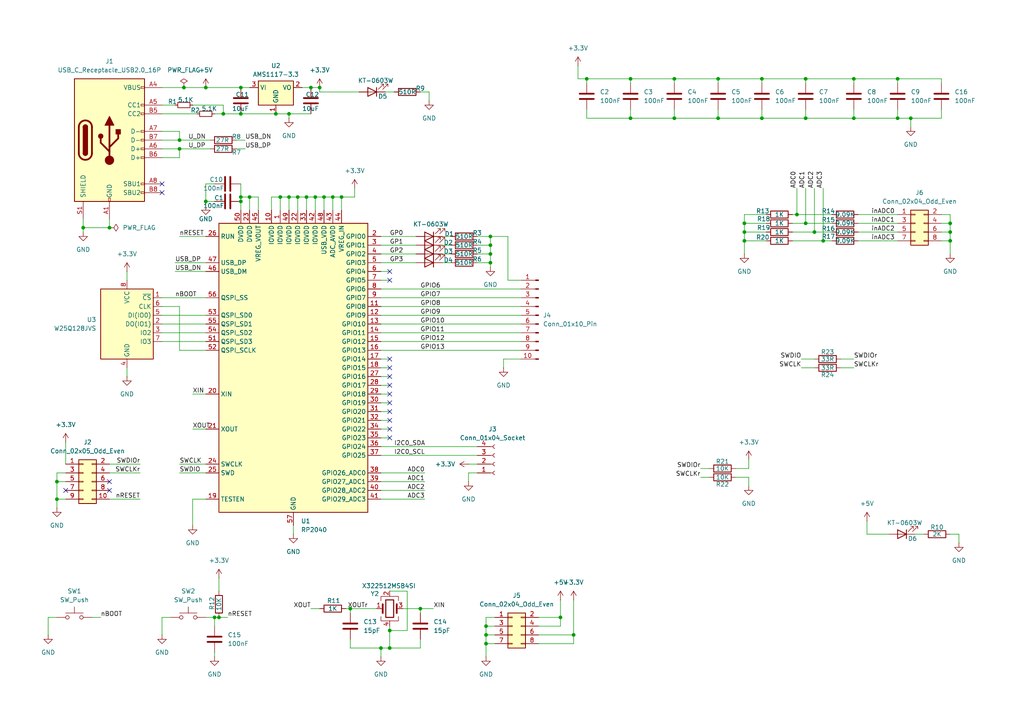
<source format=kicad_sch>
(kicad_sch (version 20231120) (generator "eeschema") (generator_version "8.0")
  (paper "A4")
  (lib_symbols
    (symbol "Connector:Conn_01x04_Socket" (pin_names (offset 1.016) hide)
      (property "Reference" "J" (at 0 5.08 0))
      (property "Value" "Conn_01x04_Socket" (at 0 -7.62 0))
      (symbol "Conn_01x04_Socket_1_1"
        (pin passive line (at -5.08 2.54 0) (length 3.81) (name "Pin_1") (number "1"))
        (pin passive line (at -5.08 0 0) (length 3.81) (name "Pin_2") (number "2"))
        (pin passive line (at -5.08 -2.54 0) (length 3.81) (name "Pin_3") (number "3"))
        (pin passive line (at -5.08 -5.08 0) (length 3.81) (name "Pin_4") (number "4"))
      )
    )
    (symbol "Connector:Conn_01x10_Pin" (pin_names (offset 1.016) hide)
      (property "Reference" "J" (at 0 12.7 0))
      (property "Value" "Conn_01x10_Pin" (at 0 -15.24 0))
      (symbol "Conn_01x10_Pin_1_1"
        (pin passive line (at 5.08 10.16 180) (length 3.81) (name "Pin_1") (number "1"))
        (pin passive line (at 5.08 -12.7 180) (length 3.81) (name "Pin_10") (number "10"))
        (pin passive line (at 5.08 7.62 180) (length 3.81) (name "Pin_2") (number "2"))
        (pin passive line (at 5.08 5.08 180) (length 3.81) (name "Pin_3") (number "3"))
        (pin passive line (at 5.08 2.54 180) (length 3.81) (name "Pin_4") (number "4"))
        (pin passive line (at 5.08 0 180) (length 3.81) (name "Pin_5") (number "5"))
        (pin passive line (at 5.08 -2.54 180) (length 3.81) (name "Pin_6") (number "6"))
        (pin passive line (at 5.08 -5.08 180) (length 3.81) (name "Pin_7") (number "7"))
        (pin passive line (at 5.08 -7.62 180) (length 3.81) (name "Pin_8") (number "8"))
        (pin passive line (at 5.08 -10.16 180) (length 3.81) (name "Pin_9") (number "9"))
      )
    )
    (symbol "Connector:USB_C_Receptacle_USB2.0_16P" (pin_names (offset 1.016))
      (property "Reference" "J" (at 0 22.225 0))
      (property "Value" "USB_C_Receptacle_USB2.0_16P" (at 0 19.685 0))
      (symbol "USB_C_Receptacle_USB2.0_16P_1_1"
        (pin passive line (at 0 -22.86 90) (length 5.08) (name "GND") (number "A1"))
        (pin passive line (at 0 -22.86 90) (length 5.08) hide (name "GND") (number "A12"))
        (pin passive line (at 15.24 15.24 180) (length 5.08) (name "VBUS") (number "A4"))
        (pin bidirectional line (at 15.24 10.16 180) (length 5.08) (name "CC1") (number "A5"))
        (pin bidirectional line (at 15.24 -2.54 180) (length 5.08) (name "D+") (number "A6"))
        (pin bidirectional line (at 15.24 2.54 180) (length 5.08) (name "D-") (number "A7"))
        (pin bidirectional line (at 15.24 -12.7 180) (length 5.08) (name "SBU1") (number "A8"))
        (pin passive line (at 15.24 15.24 180) (length 5.08) hide (name "VBUS") (number "A9"))
        (pin passive line (at 0 -22.86 90) (length 5.08) hide (name "GND") (number "B1"))
        (pin passive line (at 0 -22.86 90) (length 5.08) hide (name "GND") (number "B12"))
        (pin passive line (at 15.24 15.24 180) (length 5.08) hide (name "VBUS") (number "B4"))
        (pin bidirectional line (at 15.24 7.62 180) (length 5.08) (name "CC2") (number "B5"))
        (pin bidirectional line (at 15.24 -5.08 180) (length 5.08) (name "D+") (number "B6"))
        (pin bidirectional line (at 15.24 0 180) (length 5.08) (name "D-") (number "B7"))
        (pin bidirectional line (at 15.24 -15.24 180) (length 5.08) (name "SBU2") (number "B8"))
        (pin passive line (at 15.24 15.24 180) (length 5.08) hide (name "VBUS") (number "B9"))
        (pin passive line (at -7.62 -22.86 90) (length 5.08) (name "SHIELD") (number "S1"))
      )
    )
    (symbol "Connector_Generic:Conn_02x04_Odd_Even" (pin_names (offset 1.016) hide)
      (property "Reference" "J" (at 1.27 5.08 0))
      (property "Value" "Conn_02x04_Odd_Even" (at 1.27 -7.62 0))
      (symbol "Conn_02x04_Odd_Even_1_1"
        (pin passive line (at -5.08 2.54 0) (length 3.81) (name "Pin_1") (number "1"))
        (pin passive line (at 7.62 2.54 180) (length 3.81) (name "Pin_2") (number "2"))
        (pin passive line (at -5.08 0 0) (length 3.81) (name "Pin_3") (number "3"))
        (pin passive line (at 7.62 0 180) (length 3.81) (name "Pin_4") (number "4"))
        (pin passive line (at -5.08 -2.54 0) (length 3.81) (name "Pin_5") (number "5"))
        (pin passive line (at 7.62 -2.54 180) (length 3.81) (name "Pin_6") (number "6"))
        (pin passive line (at -5.08 -5.08 0) (length 3.81) (name "Pin_7") (number "7"))
        (pin passive line (at 7.62 -5.08 180) (length 3.81) (name "Pin_8") (number "8"))
      )
    )
    (symbol "Connector_Generic:Conn_02x05_Odd_Even" (pin_names (offset 1.016) hide)
      (property "Reference" "J" (at 1.27 7.62 0))
      (property "Value" "Conn_02x05_Odd_Even" (at 1.27 -7.62 0))
      (symbol "Conn_02x05_Odd_Even_1_1"
        (pin passive line (at -5.08 5.08 0) (length 3.81) (name "Pin_1") (number "1"))
        (pin passive line (at 7.62 -5.08 180) (length 3.81) (name "Pin_10") (number "10"))
        (pin passive line (at 7.62 5.08 180) (length 3.81) (name "Pin_2") (number "2"))
        (pin passive line (at -5.08 2.54 0) (length 3.81) (name "Pin_3") (number "3"))
        (pin passive line (at 7.62 2.54 180) (length 3.81) (name "Pin_4") (number "4"))
        (pin passive line (at -5.08 0 0) (length 3.81) (name "Pin_5") (number "5"))
        (pin passive line (at 7.62 0 180) (length 3.81) (name "Pin_6") (number "6"))
        (pin passive line (at -5.08 -2.54 0) (length 3.81) (name "Pin_7") (number "7"))
        (pin passive line (at 7.62 -2.54 180) (length 3.81) (name "Pin_8") (number "8"))
        (pin passive line (at -5.08 -5.08 0) (length 3.81) (name "Pin_9") (number "9"))
      )
    )
    (symbol "Device:C" (pin_numbers hide) (pin_names (offset 0.254))
      (property "Reference" "C" (at 0.635 2.54 0))
      (property "Value" "C" (at 0.635 -2.54 0))
      (symbol "C_1_1"
        (pin passive line (at 0 3.81 270) (length 2.794) (name "~") (number "1"))
        (pin passive line (at 0 -3.81 90) (length 2.794) (name "~") (number "2"))
      )
    )
    (symbol "Device:Crystal_GND24" (pin_names (offset 1.016) hide)
      (property "Reference" "Y" (at 3.175 5.08 0))
      (property "Value" "Crystal_GND24" (at 3.175 3.175 0))
      (symbol "Crystal_GND24_1_1"
        (pin passive line (at -3.81 0 0) (length 1.27) (name "1") (number "1"))
        (pin passive line (at 0 5.08 270) (length 1.27) (name "2") (number "2"))
        (pin passive line (at 3.81 0 180) (length 1.27) (name "3") (number "3"))
        (pin passive line (at 0 -5.08 90) (length 1.27) (name "4") (number "4"))
      )
    )
    (symbol "Device:LED" (pin_numbers hide) (pin_names (offset 1.016) hide)
      (property "Reference" "D" (at 0 2.54 0))
      (property "Value" "LED" (at 0 -2.54 0))
      (symbol "LED_1_1"
        (pin passive line (at -3.81 0 0) (length 2.54) (name "K") (number "1"))
        (pin passive line (at 3.81 0 180) (length 2.54) (name "A") (number "2"))
      )
    )
    (symbol "Device:R" (pin_numbers hide) (pin_names (offset 0))
      (property "Reference" "R" (at 2.032 0 90))
      (property "Value" "R" (at 0 0 90))
      (symbol "R_1_1"
        (pin passive line (at 0 3.81 270) (length 1.27) (name "~") (number "1"))
        (pin passive line (at 0 -3.81 90) (length 1.27) (name "~") (number "2"))
      )
    )
    (symbol "Device:R_Small" (pin_numbers hide) (pin_names (offset 0.254) hide)
      (property "Reference" "R" (at 0.762 0.508 0))
      (property "Value" "R_Small" (at 0.762 -1.016 0))
      (symbol "R_Small_1_1"
        (pin passive line (at 0 2.54 270) (length 0.762) (name "~") (number "1"))
        (pin passive line (at 0 -2.54 90) (length 0.762) (name "~") (number "2"))
      )
    )
    (symbol "MCU_RaspberryPi:RP2040"
      (property "Reference" "U1" (at 2.1941 -44.45 0))
      (property "Value" "RP2040" (at 2.1941 -46.99 0))
      (symbol "RP2040_1_1"
        (pin power_in line (at -3.81 45.72 270) (length 3.81) (name "IOVDD") (number "1"))
        (pin power_in line (at -6.35 45.72 270) (length 3.81) (name "IOVDD") (number "10"))
        (pin bidirectional line (at 25.4 17.78 180) (length 3.81) (name "GPIO8") (number "11"))
        (pin bidirectional line (at 25.4 15.24 180) (length 3.81) (name "GPIO9") (number "12"))
        (pin bidirectional line (at 25.4 12.7 180) (length 3.81) (name "GPIO10") (number "13"))
        (pin bidirectional line (at 25.4 10.16 180) (length 3.81) (name "GPIO11") (number "14"))
        (pin bidirectional line (at 25.4 7.62 180) (length 3.81) (name "GPIO12") (number "15"))
        (pin bidirectional line (at 25.4 5.08 180) (length 3.81) (name "GPIO13") (number "16"))
        (pin bidirectional line (at 25.4 2.54 180) (length 3.81) (name "GPIO14") (number "17"))
        (pin bidirectional line (at 25.4 0 180) (length 3.81) (name "GPIO15") (number "18"))
        (pin input line (at -25.4 -38.1 0) (length 3.81) (name "TESTEN") (number "19"))
        (pin bidirectional line (at 25.4 38.1 180) (length 3.81) (name "GPIO0") (number "2"))
        (pin input line (at -25.4 -7.62 0) (length 3.81) (name "XIN") (number "20"))
        (pin passive line (at -25.4 -17.78 0) (length 3.81) (name "XOUT") (number "21"))
        (pin power_in line (at 1.27 45.72 270) (length 3.81) (name "IOVDD") (number "22"))
        (pin power_in line (at -12.7 45.72 270) (length 3.81) (name "DVDD") (number "23"))
        (pin input line (at -25.4 -27.94 0) (length 3.81) (name "SWCLK") (number "24"))
        (pin bidirectional line (at -25.4 -30.48 0) (length 3.81) (name "SWD") (number "25"))
        (pin input line (at -25.4 38.1 0) (length 3.81) (name "RUN") (number "26"))
        (pin bidirectional line (at 25.4 -2.54 180) (length 3.81) (name "GPIO16") (number "27"))
        (pin bidirectional line (at 25.4 -5.08 180) (length 3.81) (name "GPIO17") (number "28"))
        (pin bidirectional line (at 25.4 -7.62 180) (length 3.81) (name "GPIO18") (number "29"))
        (pin bidirectional line (at 25.4 35.56 180) (length 3.81) (name "GPIO1") (number "3"))
        (pin bidirectional line (at 25.4 -10.16 180) (length 3.81) (name "GPIO19") (number "30"))
        (pin bidirectional line (at 25.4 -12.7 180) (length 3.81) (name "GPIO20") (number "31"))
        (pin bidirectional line (at 25.4 -15.24 180) (length 3.81) (name "GPIO21") (number "32"))
        (pin power_in line (at 3.81 45.72 270) (length 3.81) (name "IOVDD") (number "33"))
        (pin bidirectional line (at 25.4 -17.78 180) (length 3.81) (name "GPIO22") (number "34"))
        (pin bidirectional line (at 25.4 -20.32 180) (length 3.81) (name "GPIO23") (number "35"))
        (pin bidirectional line (at 25.4 -22.86 180) (length 3.81) (name "GPIO24") (number "36"))
        (pin bidirectional line (at 25.4 -25.4 180) (length 3.81) (name "GPIO25") (number "37"))
        (pin bidirectional line (at 25.4 -30.48 180) (length 3.81) (name "GPIO26_ADC0") (number "38"))
        (pin bidirectional line (at 25.4 -33.02 180) (length 3.81) (name "GPIO27_ADC1") (number "39"))
        (pin bidirectional line (at 25.4 33.02 180) (length 3.81) (name "GPIO2") (number "4"))
        (pin bidirectional line (at 25.4 -35.56 180) (length 3.81) (name "GPIO28_ADC2") (number "40"))
        (pin bidirectional line (at 25.4 -38.1 180) (length 3.81) (name "GPIO29_ADC3") (number "41"))
        (pin power_in line (at 6.35 45.72 270) (length 3.81) (name "IOVDD") (number "42"))
        (pin power_in line (at 11.43 45.72 270) (length 3.81) (name "ADC_AVDD") (number "43"))
        (pin power_in line (at 13.97 45.72 270) (length 3.81) (name "VREG_IN") (number "44"))
        (pin power_out line (at -10.16 45.72 270) (length 3.81) (name "VREG_VOUT") (number "45"))
        (pin bidirectional line (at -25.4 27.94 0) (length 3.81) (name "USB_DM") (number "46"))
        (pin bidirectional line (at -25.4 30.48 0) (length 3.81) (name "USB_DP") (number "47"))
        (pin power_in line (at 8.89 45.72 270) (length 3.81) (name "USB_VDD") (number "48"))
        (pin power_in line (at -1.27 45.72 270) (length 3.81) (name "IOVDD") (number "49"))
        (pin bidirectional line (at 25.4 30.48 180) (length 3.81) (name "GPIO3") (number "5"))
        (pin power_in line (at -15.24 45.72 270) (length 3.81) (name "DVDD") (number "50"))
        (pin bidirectional line (at -25.4 7.62 0) (length 3.81) (name "QSPI_SD3") (number "51"))
        (pin output line (at -25.4 5.08 0) (length 3.81) (name "QSPI_SCLK") (number "52"))
        (pin bidirectional line (at -25.4 15.24 0) (length 3.81) (name "QSPI_SD0") (number "53"))
        (pin bidirectional line (at -25.4 10.16 0) (length 3.81) (name "QSPI_SD2") (number "54"))
        (pin bidirectional line (at -25.4 12.7 0) (length 3.81) (name "QSPI_SD1") (number "55"))
        (pin bidirectional line (at -25.4 20.32 0) (length 3.81) (name "QSPI_SS") (number "56"))
        (pin power_in line (at 0 -45.72 90) (length 3.81) (name "GND") (number "57"))
        (pin bidirectional line (at 25.4 27.94 180) (length 3.81) (name "GPIO4") (number "6"))
        (pin bidirectional line (at 25.4 25.4 180) (length 3.81) (name "GPIO5") (number "7"))
        (pin bidirectional line (at 25.4 22.86 180) (length 3.81) (name "GPIO6") (number "8"))
        (pin bidirectional line (at 25.4 20.32 180) (length 3.81) (name "GPIO7") (number "9"))
      )
    )
    (symbol "Memory_Flash:W25Q128JVS"
      (property "Reference" "U" (at -6.35 11.43 0))
      (property "Value" "W25Q128JVS" (at 7.62 11.43 0))
      (symbol "W25Q128JVS_1_1"
        (pin input line (at -10.16 7.62 0) (length 2.54) (name "~{CS}") (number "1"))
        (pin bidirectional line (at -10.16 0 0) (length 2.54) (name "DO(IO1)") (number "2"))
        (pin bidirectional line (at -10.16 -2.54 0) (length 2.54) (name "IO2") (number "3"))
        (pin power_in line (at 0 -12.7 90) (length 2.54) (name "GND") (number "4"))
        (pin bidirectional line (at -10.16 2.54 0) (length 2.54) (name "DI(IO0)") (number "5"))
        (pin input line (at -10.16 5.08 0) (length 2.54) (name "CLK") (number "6"))
        (pin bidirectional line (at -10.16 -5.08 0) (length 2.54) (name "IO3") (number "7"))
        (pin power_in line (at 0 12.7 270) (length 2.54) (name "VCC") (number "8"))
      )
    )
    (symbol "Regulator_Linear:AMS1117-3.3"
      (property "Reference" "U" (at -3.81 3.175 0))
      (property "Value" "AMS1117-3.3" (at 0 3.175 0))
      (symbol "AMS1117-3.3_1_1"
        (pin power_in line (at 0 -7.62 90) (length 2.54) (name "GND") (number "1"))
        (pin power_out line (at 7.62 0 180) (length 2.54) (name "VO") (number "2"))
        (pin power_in line (at -7.62 0 0) (length 2.54) (name "VI") (number "3"))
      )
    )
    (symbol "Switch:SW_Push" (pin_numbers hide) (pin_names (offset 1.016) hide)
      (property "Reference" "SW" (at 1.27 2.54 0))
      (property "Value" "SW_Push" (at 0 -1.524 0))
      (symbol "SW_Push_0_1"
        (pin passive line (at -5.08 0 0) (length 2.54) (name "1") (number "1"))
        (pin passive line (at 5.08 0 180) (length 2.54) (name "2") (number "2"))
      )
    )
    (symbol "power:+3.3V" (power) (pin_numbers hide) (pin_names (offset 0) hide)
      (property "Value" "+3.3V" (at 0 3.556 0))
      (symbol "+3.3V_1_1"
        (pin power_in line (at 0 0 90) (length 0) (name "~") (number "1"))
      )
    )
    (symbol "power:+5V" (power) (pin_numbers hide) (pin_names (offset 0) hide)
      (property "Value" "+5V" (at 0 3.556 0))
      (symbol "+5V_1_1"
        (pin power_in line (at 0 0 90) (length 0) (name "~") (number "1"))
      )
    )
    (symbol "power:GND" (power) (pin_numbers hide) (pin_names (offset 0) hide)
      (property "Value" "GND" (at 0 -3.81 0))
      (symbol "GND_1_1"
        (pin power_in line (at 0 0 270) (length 0) (name "~") (number "1"))
      )
    )
    (symbol "power:PWR_FLAG" (power) (pin_numbers hide) (pin_names (offset 0) hide)
      (property "Value" "PWR_FLAG" (at 0 3.81 0))
      (symbol "PWR_FLAG_0_0"
        (pin power_out line (at 0 0 90) (length 0) (name "~") (number "1"))
      )
    )
  )
  (junction (at 16.51 144.78))
  (junction (at 91.44 57.15))
  (junction (at 275.59 69.85))
  (junction (at 142.24 73.66))
  (junction (at 170.18 22.86))
  (junction (at 59.69 58.42))
  (junction (at 236.22 67.31))
  (junction (at 24.13 66.04))
  (junction (at 52.07 43.18))
  (junction (at 233.68 22.86))
  (junction (at 83.82 33.02))
  (junction (at 142.24 76.2))
  (junction (at 233.68 64.77))
  (junction (at 101.6 176.53))
  (junction (at 275.59 64.77))
  (junction (at 231.14 62.23))
  (junction (at 182.88 34.29))
  (junction (at 90.17 25.4))
  (junction (at 59.69 25.4))
  (junction (at 220.98 34.29))
  (junction (at 215.9 69.85))
  (junction (at 81.28 57.15))
  (junction (at 166.37 184.15))
  (junction (at 121.92 176.53))
  (junction (at 92.71 25.4))
  (junction (at 96.52 57.15))
  (junction (at 69.85 25.4))
  (junction (at 16.51 139.7))
  (junction (at 215.9 67.31))
  (junction (at 142.24 68.58))
  (junction (at 31.75 66.04))
  (junction (at 69.85 58.42))
  (junction (at 247.65 22.86))
  (junction (at 208.28 34.29))
  (junction (at 215.9 64.77))
  (junction (at 53.34 25.4))
  (junction (at 62.23 179.07))
  (junction (at 208.28 22.86))
  (junction (at 88.9 57.15))
  (junction (at 63.5 179.07))
  (junction (at 195.58 34.29))
  (junction (at 80.01 33.02))
  (junction (at 275.59 67.31))
  (junction (at 220.98 22.86))
  (junction (at 140.97 186.69))
  (junction (at 182.88 22.86))
  (junction (at 52.07 40.64))
  (junction (at 142.24 71.12))
  (junction (at 99.06 57.15))
  (junction (at 69.85 33.02))
  (junction (at 260.35 34.29))
  (junction (at 83.82 57.15))
  (junction (at 260.35 22.86))
  (junction (at 72.39 57.15))
  (junction (at 140.97 184.15))
  (junction (at 110.49 187.96))
  (junction (at 113.03 187.96))
  (junction (at 247.65 34.29))
  (junction (at 233.68 34.29))
  (junction (at 69.85 57.15))
  (junction (at 238.76 69.85))
  (junction (at 195.58 22.86))
  (junction (at 64.77 33.02))
  (junction (at 86.36 57.15))
  (junction (at 113.03 182.88))
  (junction (at 93.98 57.15))
  (junction (at 140.97 181.61))
  (junction (at 264.16 34.29))
  (junction (at 162.56 179.07))
  (no_connect (at 113.03 119.38))
  (no_connect (at 113.03 114.3))
  (no_connect (at 113.03 81.28))
  (no_connect (at 31.75 139.7))
  (no_connect (at 113.03 104.14))
  (no_connect (at 113.03 106.68))
  (no_connect (at 19.05 142.24))
  (no_connect (at 113.03 121.92))
  (no_connect (at 113.03 78.74))
  (no_connect (at 113.03 124.46))
  (no_connect (at 113.03 127))
  (no_connect (at 113.03 116.84))
  (no_connect (at 113.03 109.22))
  (no_connect (at 46.99 55.88))
  (no_connect (at 31.75 142.24))
  (no_connect (at 46.99 53.34))
  (no_connect (at 113.03 111.76))
  (wire (pts (xy 110.49 99.06) (xy 151.13 99.06)))
  (wire (pts (xy 64.77 30.48) (xy 64.77 33.02)))
  (wire (pts (xy 110.49 96.52) (xy 151.13 96.52)))
  (wire (pts (xy 46.99 93.98) (xy 59.69 93.98)))
  (wire (pts (xy 248.92 64.77) (xy 260.35 64.77)))
  (wire (pts (xy 13.97 179.07) (xy 13.97 184.15)))
  (wire (pts (xy 59.69 53.34) (xy 59.69 58.42)))
  (wire (pts (xy 231.14 54.61) (xy 231.14 62.23)))
  (wire (pts (xy 121.92 26.67) (xy 124.46 26.67)))
  (wire (pts (xy 275.59 67.31) (xy 273.05 67.31)))
  (wire (pts (xy 110.49 68.58) (xy 120.65 68.58)))
  (wire (pts (xy 233.68 31.75) (xy 233.68 34.29)))
  (wire (pts (xy 138.43 137.16) (xy 135.89 137.16)))
  (wire (pts (xy 46.99 86.36) (xy 59.69 86.36)))
  (wire (pts (xy 162.56 173.99) (xy 162.56 179.07)))
  (wire (pts (xy 238.76 69.85) (xy 241.3 69.85)))
  (wire (pts (xy 243.84 104.14) (xy 247.65 104.14)))
  (wire (pts (xy 96.52 57.15) (xy 96.52 60.96)))
  (wire (pts (xy 208.28 31.75) (xy 208.28 34.29)))
  (wire (pts (xy 247.65 34.29) (xy 260.35 34.29)))
  (wire (pts (xy 260.35 31.75) (xy 260.35 34.29)))
  (wire (pts (xy 46.99 33.02) (xy 57.15 33.02)))
  (wire (pts (xy 24.13 66.04) (xy 31.75 66.04)))
  (wire (pts (xy 275.59 69.85) (xy 273.05 69.85)))
  (wire (pts (xy 81.28 57.15) (xy 81.28 60.96)))
  (wire (pts (xy 49.53 179.07) (xy 46.99 179.07)))
  (wire (pts (xy 62.23 53.34) (xy 59.69 53.34)))
  (wire (pts (xy 247.65 22.86) (xy 247.65 24.13)))
  (wire (pts (xy 109.22 176.53) (xy 101.6 176.53)))
  (wire (pts (xy 68.58 40.64) (xy 71.12 40.64)))
  (wire (pts (xy 233.68 22.86) (xy 233.68 24.13)))
  (wire (pts (xy 265.43 154.94) (xy 267.97 154.94)))
  (wire (pts (xy 195.58 22.86) (xy 182.88 22.86)))
  (wire (pts (xy 232.41 106.68) (xy 236.22 106.68)))
  (wire (pts (xy 31.75 144.78) (xy 40.64 144.78)))
  (wire (pts (xy 275.59 67.31) (xy 275.59 69.85)))
  (wire (pts (xy 110.49 111.76) (xy 113.03 111.76)))
  (wire (pts (xy 182.88 34.29) (xy 195.58 34.29)))
  (wire (pts (xy 146.05 104.14) (xy 151.13 104.14)))
  (wire (pts (xy 275.59 64.77) (xy 275.59 67.31)))
  (wire (pts (xy 232.41 104.14) (xy 236.22 104.14)))
  (wire (pts (xy 69.85 57.15) (xy 72.39 57.15)))
  (wire (pts (xy 85.09 152.4) (xy 85.09 154.94)))
  (wire (pts (xy 102.87 54.61) (xy 102.87 57.15)))
  (wire (pts (xy 140.97 186.69) (xy 143.51 186.69)))
  (wire (pts (xy 110.49 187.96) (xy 110.49 190.5)))
  (wire (pts (xy 53.34 25.4) (xy 59.69 25.4)))
  (wire (pts (xy 257.81 154.94) (xy 251.46 154.94)))
  (wire (pts (xy 156.21 186.69) (xy 166.37 186.69)))
  (wire (pts (xy 110.49 142.24) (xy 123.19 142.24)))
  (wire (pts (xy 90.17 176.53) (xy 92.71 176.53)))
  (wire (pts (xy 110.49 132.08) (xy 138.43 132.08)))
  (wire (pts (xy 87.63 25.4) (xy 90.17 25.4)))
  (wire (pts (xy 93.98 57.15) (xy 93.98 60.96)))
  (wire (pts (xy 251.46 151.13) (xy 251.46 154.94)))
  (wire (pts (xy 36.83 106.68) (xy 36.83 109.22)))
  (wire (pts (xy 59.69 144.78) (xy 55.88 144.78)))
  (wire (pts (xy 36.83 78.74) (xy 36.83 81.28)))
  (wire (pts (xy 167.64 19.05) (xy 167.64 22.86)))
  (wire (pts (xy 19.05 128.27) (xy 19.05 134.62)))
  (wire (pts (xy 128.27 73.66) (xy 130.81 73.66)))
  (wire (pts (xy 16.51 144.78) (xy 19.05 144.78)))
  (wire (pts (xy 110.49 116.84) (xy 113.03 116.84)))
  (wire (pts (xy 220.98 34.29) (xy 233.68 34.29)))
  (wire (pts (xy 118.11 171.45) (xy 118.11 182.88)))
  (wire (pts (xy 55.88 30.48) (xy 64.77 30.48)))
  (wire (pts (xy 140.97 181.61) (xy 140.97 184.15)))
  (wire (pts (xy 182.88 22.86) (xy 182.88 24.13)))
  (wire (pts (xy 215.9 62.23) (xy 222.25 62.23)))
  (wire (pts (xy 135.89 134.62) (xy 138.43 134.62)))
  (wire (pts (xy 74.93 57.15) (xy 72.39 57.15)))
  (wire (pts (xy 110.49 124.46) (xy 113.03 124.46)))
  (wire (pts (xy 52.07 45.72) (xy 52.07 43.18)))
  (wire (pts (xy 59.69 58.42) (xy 59.69 59.69)))
  (wire (pts (xy 170.18 22.86) (xy 170.18 24.13)))
  (wire (pts (xy 260.35 34.29) (xy 264.16 34.29)))
  (wire (pts (xy 156.21 184.15) (xy 166.37 184.15)))
  (wire (pts (xy 110.49 109.22) (xy 113.03 109.22)))
  (wire (pts (xy 233.68 22.86) (xy 220.98 22.86)))
  (wire (pts (xy 236.22 67.31) (xy 241.3 67.31)))
  (wire (pts (xy 92.71 26.67) (xy 92.71 25.4)))
  (wire (pts (xy 101.6 187.96) (xy 110.49 187.96)))
  (wire (pts (xy 24.13 66.04) (xy 24.13 67.31)))
  (wire (pts (xy 220.98 31.75) (xy 220.98 34.29)))
  (wire (pts (xy 156.21 179.07) (xy 162.56 179.07)))
  (wire (pts (xy 62.23 179.07) (xy 62.23 181.61)))
  (wire (pts (xy 195.58 22.86) (xy 195.58 24.13)))
  (wire (pts (xy 233.68 54.61) (xy 233.68 64.77)))
  (wire (pts (xy 121.92 176.53) (xy 116.84 176.53)))
  (wire (pts (xy 275.59 62.23) (xy 275.59 64.77)))
  (wire (pts (xy 233.68 64.77) (xy 241.3 64.77)))
  (wire (pts (xy 275.59 69.85) (xy 275.59 73.66)))
  (wire (pts (xy 93.98 57.15) (xy 96.52 57.15)))
  (wire (pts (xy 68.58 43.18) (xy 71.12 43.18)))
  (wire (pts (xy 99.06 57.15) (xy 99.06 60.96)))
  (wire (pts (xy 55.88 124.46) (xy 59.69 124.46)))
  (wire (pts (xy 170.18 34.29) (xy 182.88 34.29)))
  (wire (pts (xy 46.99 96.52) (xy 59.69 96.52)))
  (wire (pts (xy 110.49 104.14) (xy 113.03 104.14)))
  (wire (pts (xy 59.69 179.07) (xy 62.23 179.07)))
  (wire (pts (xy 46.99 38.1) (xy 52.07 38.1)))
  (wire (pts (xy 140.97 184.15) (xy 140.97 186.69)))
  (wire (pts (xy 62.23 58.42) (xy 59.69 58.42)))
  (wire (pts (xy 90.17 25.4) (xy 92.71 25.4)))
  (wire (pts (xy 203.2 135.89) (xy 205.74 135.89)))
  (wire (pts (xy 229.87 64.77) (xy 233.68 64.77)))
  (wire (pts (xy 135.89 137.16) (xy 135.89 139.7)))
  (wire (pts (xy 229.87 67.31) (xy 236.22 67.31)))
  (wire (pts (xy 142.24 71.12) (xy 142.24 73.66)))
  (wire (pts (xy 140.97 186.69) (xy 140.97 190.5)))
  (wire (pts (xy 233.68 34.29) (xy 247.65 34.29)))
  (wire (pts (xy 142.24 73.66) (xy 142.24 76.2)))
  (wire (pts (xy 52.07 68.58) (xy 59.69 68.58)))
  (wire (pts (xy 208.28 22.86) (xy 195.58 22.86)))
  (wire (pts (xy 215.9 67.31) (xy 215.9 69.85)))
  (wire (pts (xy 110.49 91.44) (xy 151.13 91.44)))
  (wire (pts (xy 231.14 62.23) (xy 241.3 62.23)))
  (wire (pts (xy 16.51 144.78) (xy 16.51 147.32)))
  (wire (pts (xy 110.49 78.74) (xy 113.03 78.74)))
  (wire (pts (xy 88.9 57.15) (xy 88.9 60.96)))
  (wire (pts (xy 99.06 57.15) (xy 102.87 57.15)))
  (wire (pts (xy 50.8 76.2) (xy 59.69 76.2)))
  (wire (pts (xy 110.49 71.12) (xy 120.65 71.12)))
  (wire (pts (xy 170.18 31.75) (xy 170.18 34.29)))
  (wire (pts (xy 142.24 68.58) (xy 142.24 71.12)))
  (wire (pts (xy 170.18 22.86) (xy 167.64 22.86)))
  (wire (pts (xy 110.49 88.9) (xy 151.13 88.9)))
  (wire (pts (xy 46.99 179.07) (xy 46.99 184.15)))
  (wire (pts (xy 78.74 60.96) (xy 78.74 57.15)))
  (wire (pts (xy 128.27 71.12) (xy 130.81 71.12)))
  (wire (pts (xy 86.36 57.15) (xy 86.36 60.96)))
  (wire (pts (xy 46.99 25.4) (xy 53.34 25.4)))
  (wire (pts (xy 26.67 179.07) (xy 29.21 179.07)))
  (wire (pts (xy 52.07 88.9) (xy 52.07 101.6)))
  (wire (pts (xy 110.49 93.98) (xy 151.13 93.98)))
  (wire (pts (xy 64.77 33.02) (xy 69.85 33.02)))
  (wire (pts (xy 248.92 62.23) (xy 260.35 62.23)))
  (wire (pts (xy 52.07 43.18) (xy 60.96 43.18)))
  (wire (pts (xy 273.05 62.23) (xy 275.59 62.23)))
  (wire (pts (xy 74.93 60.96) (xy 74.93 57.15)))
  (wire (pts (xy 213.36 135.89) (xy 217.17 135.89)))
  (wire (pts (xy 16.51 179.07) (xy 13.97 179.07)))
  (wire (pts (xy 63.5 179.07) (xy 66.04 179.07)))
  (wire (pts (xy 110.49 81.28) (xy 113.03 81.28)))
  (wire (pts (xy 110.49 137.16) (xy 123.19 137.16)))
  (wire (pts (xy 264.16 34.29) (xy 264.16 36.83)))
  (wire (pts (xy 110.49 187.96) (xy 113.03 187.96)))
  (wire (pts (xy 278.13 154.94) (xy 278.13 157.48)))
  (wire (pts (xy 91.44 60.96) (xy 91.44 57.15)))
  (wire (pts (xy 229.87 62.23) (xy 231.14 62.23)))
  (wire (pts (xy 83.82 33.02) (xy 90.17 33.02)))
  (wire (pts (xy 146.05 104.14) (xy 146.05 106.68)))
  (wire (pts (xy 62.23 33.02) (xy 64.77 33.02)))
  (wire (pts (xy 147.32 68.58) (xy 142.24 68.58)))
  (wire (pts (xy 24.13 63.5) (xy 24.13 66.04)))
  (wire (pts (xy 260.35 22.86) (xy 247.65 22.86)))
  (wire (pts (xy 215.9 62.23) (xy 215.9 64.77)))
  (wire (pts (xy 260.35 22.86) (xy 273.05 22.86)))
  (wire (pts (xy 110.49 76.2) (xy 120.65 76.2)))
  (wire (pts (xy 215.9 69.85) (xy 222.25 69.85)))
  (wire (pts (xy 69.85 53.34) (xy 69.85 57.15)))
  (wire (pts (xy 166.37 186.69) (xy 166.37 184.15)))
  (wire (pts (xy 140.97 181.61) (xy 143.51 181.61)))
  (wire (pts (xy 110.49 139.7) (xy 123.19 139.7)))
  (wire (pts (xy 16.51 137.16) (xy 16.51 139.7)))
  (wire (pts (xy 138.43 76.2) (xy 142.24 76.2)))
  (wire (pts (xy 162.56 179.07) (xy 162.56 181.61)))
  (wire (pts (xy 50.8 78.74) (xy 59.69 78.74)))
  (wire (pts (xy 31.75 137.16) (xy 40.64 137.16)))
  (wire (pts (xy 118.11 182.88) (xy 113.03 182.88)))
  (wire (pts (xy 260.35 24.13) (xy 260.35 22.86)))
  (wire (pts (xy 110.49 101.6) (xy 151.13 101.6)))
  (wire (pts (xy 46.99 30.48) (xy 50.8 30.48)))
  (wire (pts (xy 275.59 154.94) (xy 278.13 154.94)))
  (wire (pts (xy 31.75 134.62) (xy 40.64 134.62)))
  (wire (pts (xy 110.49 129.54) (xy 138.43 129.54)))
  (wire (pts (xy 110.49 83.82) (xy 151.13 83.82)))
  (wire (pts (xy 46.99 45.72) (xy 52.07 45.72)))
  (wire (pts (xy 104.14 26.67) (xy 92.71 26.67)))
  (wire (pts (xy 143.51 179.07) (xy 140.97 179.07)))
  (wire (pts (xy 215.9 64.77) (xy 222.25 64.77)))
  (wire (pts (xy 46.99 91.44) (xy 59.69 91.44)))
  (wire (pts (xy 195.58 34.29) (xy 208.28 34.29)))
  (wire (pts (xy 215.9 69.85) (xy 215.9 73.66)))
  (wire (pts (xy 88.9 57.15) (xy 91.44 57.15)))
  (wire (pts (xy 121.92 176.53) (xy 125.73 176.53)))
  (wire (pts (xy 63.5 167.64) (xy 63.5 171.45)))
  (wire (pts (xy 100.33 176.53) (xy 101.6 176.53)))
  (wire (pts (xy 213.36 138.43) (xy 217.17 138.43)))
  (wire (pts (xy 128.27 68.58) (xy 130.81 68.58)))
  (wire (pts (xy 62.23 179.07) (xy 63.5 179.07)))
  (wire (pts (xy 96.52 57.15) (xy 99.06 57.15)))
  (wire (pts (xy 138.43 68.58) (xy 142.24 68.58)))
  (wire (pts (xy 46.99 88.9) (xy 52.07 88.9)))
  (wire (pts (xy 62.23 189.23) (xy 62.23 190.5)))
  (wire (pts (xy 215.9 67.31) (xy 222.25 67.31)))
  (wire (pts (xy 113.03 181.61) (xy 113.03 182.88)))
  (wire (pts (xy 147.32 81.28) (xy 151.13 81.28)))
  (wire (pts (xy 121.92 177.8) (xy 121.92 176.53)))
  (wire (pts (xy 273.05 31.75) (xy 273.05 34.29)))
  (wire (pts (xy 243.84 106.68) (xy 247.65 106.68)))
  (wire (pts (xy 52.07 101.6) (xy 59.69 101.6)))
  (wire (pts (xy 248.92 67.31) (xy 260.35 67.31)))
  (wire (pts (xy 147.32 81.28) (xy 147.32 68.58)))
  (wire (pts (xy 275.59 64.77) (xy 273.05 64.77)))
  (wire (pts (xy 195.58 31.75) (xy 195.58 34.29)))
  (wire (pts (xy 83.82 33.02) (xy 83.82 34.29)))
  (wire (pts (xy 110.49 86.36) (xy 151.13 86.36)))
  (wire (pts (xy 203.2 138.43) (xy 205.74 138.43)))
  (wire (pts (xy 52.07 134.62) (xy 59.69 134.62)))
  (wire (pts (xy 101.6 185.42) (xy 101.6 187.96)))
  (wire (pts (xy 111.76 26.67) (xy 114.3 26.67)))
  (wire (pts (xy 215.9 64.77) (xy 215.9 67.31)))
  (wire (pts (xy 52.07 137.16) (xy 59.69 137.16)))
  (wire (pts (xy 110.49 127) (xy 113.03 127)))
  (wire (pts (xy 182.88 31.75) (xy 182.88 34.29)))
  (wire (pts (xy 16.51 139.7) (xy 16.51 144.78)))
  (wire (pts (xy 59.69 25.4) (xy 69.85 25.4)))
  (wire (pts (xy 55.88 144.78) (xy 55.88 152.4)))
  (wire (pts (xy 248.92 69.85) (xy 260.35 69.85)))
  (wire (pts (xy 83.82 57.15) (xy 83.82 60.96)))
  (wire (pts (xy 140.97 179.07) (xy 140.97 181.61)))
  (wire (pts (xy 110.49 73.66) (xy 120.65 73.66)))
  (wire (pts (xy 16.51 139.7) (xy 19.05 139.7)))
  (wire (pts (xy 83.82 57.15) (xy 86.36 57.15)))
  (wire (pts (xy 128.27 76.2) (xy 130.81 76.2)))
  (wire (pts (xy 52.07 40.64) (xy 46.99 40.64)))
  (wire (pts (xy 156.21 181.61) (xy 162.56 181.61)))
  (wire (pts (xy 247.65 22.86) (xy 233.68 22.86)))
  (wire (pts (xy 69.85 58.42) (xy 69.85 57.15)))
  (wire (pts (xy 110.49 114.3) (xy 113.03 114.3)))
  (wire (pts (xy 113.03 187.96) (xy 121.92 187.96)))
  (wire (pts (xy 46.99 43.18) (xy 52.07 43.18)))
  (wire (pts (xy 138.43 73.66) (xy 142.24 73.66)))
  (wire (pts (xy 52.07 38.1) (xy 52.07 40.64)))
  (wire (pts (xy 69.85 60.96) (xy 69.85 58.42)))
  (wire (pts (xy 208.28 34.29) (xy 220.98 34.29)))
  (wire (pts (xy 273.05 24.13) (xy 273.05 22.86)))
  (wire (pts (xy 238.76 54.61) (xy 238.76 69.85)))
  (wire (pts (xy 247.65 31.75) (xy 247.65 34.29)))
  (wire (pts (xy 110.49 106.68) (xy 113.03 106.68)))
  (wire (pts (xy 113.03 171.45) (xy 118.11 171.45)))
  (wire (pts (xy 182.88 22.86) (xy 170.18 22.86)))
  (wire (pts (xy 72.39 57.15) (xy 72.39 60.96)))
  (wire (pts (xy 69.85 33.02) (xy 80.01 33.02)))
  (wire (pts (xy 91.44 57.15) (xy 93.98 57.15)))
  (wire (pts (xy 217.17 138.43) (xy 217.17 140.97)))
  (wire (pts (xy 220.98 22.86) (xy 220.98 24.13)))
  (wire (pts (xy 52.07 40.64) (xy 60.96 40.64)))
  (wire (pts (xy 220.98 22.86) (xy 208.28 22.86)))
  (wire (pts (xy 273.05 34.29) (xy 264.16 34.29)))
  (wire (pts (xy 78.74 57.15) (xy 81.28 57.15)))
  (wire (pts (xy 140.97 184.15) (xy 143.51 184.15)))
  (wire (pts (xy 19.05 137.16) (xy 16.51 137.16)))
  (wire (pts (xy 110.49 121.92) (xy 113.03 121.92)))
  (wire (pts (xy 110.49 144.78) (xy 123.19 144.78)))
  (wire (pts (xy 138.43 71.12) (xy 142.24 71.12)))
  (wire (pts (xy 208.28 22.86) (xy 208.28 24.13)))
  (wire (pts (xy 229.87 69.85) (xy 238.76 69.85)))
  (wire (pts (xy 46.99 99.06) (xy 59.69 99.06)))
  (wire (pts (xy 121.92 187.96) (xy 121.92 185.42)))
  (wire (pts (xy 236.22 54.61) (xy 236.22 67.31)))
  (wire (pts (xy 166.37 173.99) (xy 166.37 184.15)))
  (wire (pts (xy 142.24 76.2) (xy 142.24 77.47)))
  (wire (pts (xy 217.17 133.35) (xy 217.17 135.89)))
  (wire (pts (xy 69.85 25.4) (xy 72.39 25.4)))
  (wire (pts (xy 81.28 57.15) (xy 83.82 57.15)))
  (wire (pts (xy 101.6 176.53) (xy 101.6 177.8)))
  (wire (pts (xy 86.36 57.15) (xy 88.9 57.15)))
  (wire (pts (xy 124.46 26.67) (xy 124.46 29.21)))
  (wire (pts (xy 80.01 33.02) (xy 83.82 33.02)))
  (wire (pts (xy 31.75 63.5) (xy 31.75 66.04)))
  (wire (pts (xy 55.88 114.3) (xy 59.69 114.3)))
  (wire (pts (xy 113.03 182.88) (xy 113.03 187.96)))
  (wire (pts (xy 110.49 119.38) (xy 113.03 119.38)))
  (label "GP0" (at 113.03 68.58 0))
  (label "SWDIOr" (at 40.64 134.62 180))
  (label "GP1" (at 113.03 71.12 0))
  (label "U_DP" (at 54.61 43.18 0))
  (label "ADC0" (at 231.14 54.61 90))
  (label "XOUTr" (at 106.68 176.53 180))
  (label "ADC3" (at 238.76 54.61 90))
  (label "I2C0_SCL" (at 114.3 132.08 0))
  (label "nRESET" (at 40.64 144.78 180))
  (label "XIN" (at 125.73 176.53 0))
  (label "USB_DP" (at 71.12 43.18 0))
  (label "ADC1" (at 123.19 139.7 180))
  (label "ADC2" (at 123.19 142.24 180))
  (label "GPIO11" (at 121.92 96.52 0))
  (label "GPIO13" (at 121.92 101.6 0))
  (label "ADC0" (at 123.19 137.16 180))
  (label "SWCLK" (at 232.41 106.68 180))
  (label "nBOOT" (at 50.8 86.36 0))
  (label "GP2" (at 113.03 73.66 0))
  (label "SWDIO" (at 232.41 104.14 180))
  (label "SWCLK" (at 52.07 134.62 0))
  (label "nRESET" (at 66.04 179.07 0))
  (label "nRESET" (at 52.07 68.58 0))
  (label "inADC2" (at 252.73 67.31 0))
  (label "GP3" (at 113.03 76.2 0))
  (label "inADC3" (at 252.73 69.85 0))
  (label "USB_DN" (at 71.12 40.64 0))
  (label "GPIO6" (at 121.92 83.82 0))
  (label "XIN" (at 55.88 114.3 0))
  (label "inADC1" (at 252.73 64.77 0))
  (label "ADC2" (at 236.22 54.61 90))
  (label "GPIO9" (at 121.92 91.44 0))
  (label "SWCLKr" (at 40.64 137.16 180))
  (label "USB_DP" (at 50.8 76.2 0))
  (label "SWCLKr" (at 247.65 106.68 0))
  (label "SWDIOr" (at 203.2 135.89 180))
  (label "GPIO7" (at 121.92 86.36 0))
  (label "SWDIOr" (at 247.65 104.14 0))
  (label "U_DN" (at 54.61 40.64 0))
  (label "GPIO10" (at 121.92 93.98 0))
  (label "nBOOT" (at 29.21 179.07 0))
  (label "ADC1" (at 233.68 54.61 90))
  (label "SWCLKr" (at 203.2 138.43 180))
  (label "GPIO8" (at 121.92 88.9 0))
  (label "inADC0" (at 252.73 62.23 0))
  (label "GPIO12" (at 121.92 99.06 0))
  (label "I2C0_SDA" (at 114.3 129.54 0))
  (label "XOUT" (at 90.17 176.53 180))
  (label "SWDIO" (at 52.07 137.16 0))
  (label "ADC3" (at 123.19 144.78 180))
  (label "XOUT" (at 55.88 124.46 0))
  (label "USB_DN" (at 50.8 78.74 0))
  (symbol (lib_id "Device:R") (at 245.11 69.85 90) (unit 1)
    (property "Reference" "R17" (at 240.284 68.58 90))
    (property "Value" "9.09K" (at 245.11 69.85 90))
    (property "Footprint" "Resistor_SMD:R_0402_1005Metric" (effects (hide yes)))
    (property "Description" "Resistor" (effects (hide yes)))
  )
  (symbol (lib_id "power:GND") (at 55.88 152.4 0) (unit 1)
    (property "Reference" "#PWR010" (effects (hide yes)))
    (property "Value" "GND" (at 55.88 157.48 0))
    (property "Description" "Power symbol creates a global label with name \"GND\" , ground" (effects (hide yes)))
  )
  (symbol (lib_id "Device:R") (at 63.5 175.26 180) (unit 1)
    (property "Reference" "R12" (at 61.468 175.006 90))
    (property "Value" "10K" (at 63.5 175.26 90))
    (property "Footprint" "Resistor_SMD:R_0402_1005Metric" (effects (hide yes)))
    (property "Description" "Resistor" (effects (hide yes)))
  )
  (symbol (lib_id "Device:R") (at 134.62 76.2 90) (unit 1)
    (property "Reference" "R6" (at 138.43 75.184 90))
    (property "Value" "510R" (at 134.62 76.2 90))
    (property "Footprint" "Resistor_SMD:R_0402_1005Metric" (effects (hide yes)))
    (property "Description" "Resistor" (effects (hide yes)))
  )
  (symbol (lib_id "Device:R_Small") (at 59.69 33.02 90) (unit 1)
    (property "Reference" "R2" (at 56.642 32.004 90))
    (property "Value" "5.1K" (at 60.706 31.496 90))
    (property "Footprint" "Resistor_SMD:R_0402_1005Metric" (effects (hide yes)))
    (property "Description" "Resistor, small symbol" (effects (hide yes)))
  )
  (symbol (lib_id "MCU_RaspberryPi:RP2040") (at 85.09 106.68 0) (unit 1)
    (property "Reference" "U1" (at 87.2841 151.13 0) (effects (justify left)))
    (property "Value" "RP2040" (at 87.2841 153.67 0) (effects (justify left)))
    (property "Footprint" "Package_DFN_QFN:QFN-56-1EP_7x7mm_P0.4mm_EP3.2x3.2mm_ThermalVias" (effects (hide yes)))
    (property "Datasheet" "https://datasheets.raspberrypi.com/rp2040/rp2040-datasheet.pdf" (effects (hide yes)))
    (property "Description" "A microcontroller by Raspberry Pi" (effects (hide yes)))
  )
  (symbol (lib_id "Device:R") (at 245.11 64.77 90) (unit 1)
    (property "Reference" "R15" (at 240.284 63.754 90))
    (property "Value" "9.09K" (at 245.11 64.77 90))
    (property "Footprint" "Resistor_SMD:R_0402_1005Metric" (effects (hide yes)))
    (property "Description" "Resistor" (effects (hide yes)))
  )
  (symbol (lib_id "Device:R_Small") (at 53.34 30.48 90) (unit 1)
    (property "Reference" "R1" (at 50.038 29.464 90))
    (property "Value" "5.1K" (at 53.848 28.956 90))
    (property "Footprint" "Resistor_SMD:R_0402_1005Metric" (effects (hide yes)))
    (property "Description" "Resistor, small symbol" (effects (hide yes)))
  )
  (symbol (lib_id "Device:R") (at 209.55 135.89 90) (unit 1)
    (property "Reference" "R21" (at 209.55 133.858 90))
    (property "Value" "10K" (at 209.55 135.89 90))
    (property "Footprint" "Resistor_SMD:R_0402_1005Metric" (effects (hide yes)))
    (property "Description" "Resistor" (effects (hide yes)))
  )
  (symbol (lib_id "power:GND") (at 16.51 147.32 0) (unit 1)
    (property "Reference" "#PWR08" (effects (hide yes)))
    (property "Value" "GND" (at 16.51 152.4 0))
    (property "Description" "Power symbol creates a global label with name \"GND\" , ground" (effects (hide yes)))
  )
  (symbol (lib_id "power:GND") (at 217.17 140.97 0) (unit 1)
    (property "Reference" "#PWR032" (effects (hide yes)))
    (property "Value" "GND" (at 217.17 146.05 0))
    (property "Description" "Power symbol creates a global label with name \"GND\" , ground" (effects (hide yes)))
  )
  (symbol (lib_id "Device:C") (at 233.68 27.94 0) (unit 1)
    (property "Reference" "C7" (at 237.49 26.6699 0) (effects (justify left)))
    (property "Value" "100nF" (at 237.49 29.2099 0) (effects (justify left)))
    (property "Footprint" "Capacitor_SMD:C_0402_1005Metric" (effects (hide yes)))
    (property "Description" "Unpolarized capacitor" (effects (hide yes)))
  )
  (symbol (lib_id "power:GND") (at 85.09 154.94 0) (unit 1)
    (property "Reference" "#PWR09" (effects (hide yes)))
    (property "Value" "GND" (at 85.09 160.02 0))
    (property "Description" "Power symbol creates a global label with name \"GND\" , ground" (effects (hide yes)))
  )
  (symbol (lib_id "Device:LED") (at 124.46 71.12 180) (unit 1)
    (property "Reference" "D2" (at 130.048 70.358 0))
    (property "Value" "KT-0603W" (effects (hide yes)))
    (property "Footprint" "LED_SMD:LED_0603_1608Metric" (effects (hide yes)))
    (property "Description" "Light emitting diode" (effects (hide yes)))
  )
  (symbol (lib_id "Device:R") (at 226.06 64.77 90) (unit 1)
    (property "Reference" "R18" (at 221.488 63.5 90))
    (property "Value" "1K" (at 226.06 64.77 90))
    (property "Footprint" "Resistor_SMD:R_0402_1005Metric" (effects (hide yes)))
    (property "Description" "Resistor" (effects (hide yes)))
  )
  (symbol (lib_id "Device:C") (at 247.65 27.94 0) (unit 1)
    (property "Reference" "C8" (at 251.46 26.6699 0) (effects (justify left)))
    (property "Value" "100nF" (at 251.46 29.2099 0) (effects (justify left)))
    (property "Footprint" "Capacitor_SMD:C_0402_1005Metric" (effects (hide yes)))
    (property "Description" "Unpolarized capacitor" (effects (hide yes)))
  )
  (symbol (lib_id "Device:R") (at 226.06 67.31 90) (unit 1)
    (property "Reference" "R19" (at 221.488 66.04 90))
    (property "Value" "1K" (at 226.06 67.31 90))
    (property "Footprint" "Resistor_SMD:R_0402_1005Metric" (effects (hide yes)))
    (property "Description" "Resistor" (effects (hide yes)))
  )
  (symbol (lib_id "Device:C") (at 66.04 58.42 270) (unit 1)
    (property "Reference" "C1" (at 63.5 57.404 90))
    (property "Value" "100nF" (at 61.976 59.69 90))
    (property "Footprint" "Capacitor_SMD:C_0402_1005Metric" (effects (hide yes)))
    (property "Description" "Unpolarized capacitor" (effects (hide yes)))
  )
  (symbol (lib_id "Device:C") (at 90.17 29.21 0) (unit 1)
    (property "Reference" "C12" (at 88.646 27.432 0) (effects (justify left)))
    (property "Value" "10uF" (at 87.63 31.496 0) (effects (justify left)))
    (property "Footprint" "Capacitor_SMD:C_0603_1608Metric" (effects (hide yes)))
    (property "Description" "Unpolarized capacitor" (effects (hide yes)))
    (property "LCSC" "C19702" (effects (hide yes)))
  )
  (symbol (lib_id "Device:R") (at 245.11 67.31 90) (unit 1)
    (property "Reference" "R16" (at 240.284 66.294 90))
    (property "Value" "9.09K" (at 245.11 67.31 90))
    (property "Footprint" "Resistor_SMD:R_0402_1005Metric" (effects (hide yes)))
    (property "Description" "Resistor" (effects (hide yes)))
  )
  (symbol (lib_id "Device:Crystal_GND24") (at 113.03 176.53 0) (unit 1)
    (property "Reference" "Y2" (at 108.712 172.212 0))
    (property "Value" "X322512MSB4SI" (at 112.776 169.926 0))
    (property "Footprint" "Crystal:Crystal_SMD_3225-4Pin_3.2x2.5mm" (effects (hide yes)))
    (property "Description" "Four pin crystal, GND on pins 2 and 4" (effects (hide yes)))
    (property "LCSC" "C9002" (effects (hide yes)))
  )
  (symbol (lib_id "power:PWR_FLAG") (at 53.34 25.4 0) (unit 1)
    (property "Reference" "#FLG01" (effects (hide yes)))
    (property "Value" "PWR_FLAG" (at 53.34 20.32 0))
    (property "Description" "Special symbol for telling ERC where power comes from" (effects (hide yes)))
  )
  (symbol (lib_id "power:GND") (at 83.82 34.29 0) (unit 1)
    (property "Reference" "#PWR01" (effects (hide yes)))
    (property "Value" "GND" (at 83.82 39.37 0))
    (property "Description" "Power symbol creates a global label with name \"GND\" , ground" (effects (hide yes)))
  )
  (symbol (lib_id "Memory_Flash:W25Q128JVS") (at 36.83 93.98 0) (mirror y) (unit 1)
    (property "Reference" "U3" (at 27.94 92.7099 0) (effects (justify left)))
    (property "Value" "W25Q128JVS" (at 27.94 95.2499 0) (effects (justify left)))
    (property "Footprint" "Package_SO:SOIC-8_5.23x5.23mm_P1.27mm" (effects (hide yes)))
    (property "Datasheet" "https://www.winbond.com/resource-files/w25q128jv_dtr%20revc%2003272018%20plus.pdf" (effects (hide yes)))
    (property "Description" "128Mb Serial Flash Memory, Standard/Dual/Quad SPI, SOIC-8" (effects (hide yes)))
    (property "LCSC" "C97521" (effects (hide yes)))
  )
  (symbol (lib_id "power:GND") (at 13.97 184.15 0) (unit 1)
    (property "Reference" "#PWR011" (effects (hide yes)))
    (property "Value" "GND" (at 13.97 189.23 0))
    (property "Description" "Power symbol creates a global label with name \"GND\" , ground" (effects (hide yes)))
  )
  (symbol (lib_id "Connector_Generic:Conn_02x04_Odd_Even") (at 148.59 181.61 0) (unit 1)
    (property "Reference" "J5" (at 149.86 172.72 0))
    (property "Value" "Conn_02x04_Odd_Even" (at 149.86 175.26 0))
    (property "Footprint" "Connector_PinHeader_2.54mm:PinHeader_2x04_P2.54mm_Vertical" (effects (hide yes)))
    (property "Description" "Generic connector, double row, 02x04, odd/even pin numbering scheme (row 1 odd numbers, row 2 even numbers), script generated (kicad-library-utils/schlib/autogen/connector/)" (effects (hide yes)))
  )
  (symbol (lib_id "power:GND") (at 59.69 59.69 0) (unit 1)
    (property "Reference" "#PWR013" (effects (hide yes)))
    (property "Value" "GND" (at 59.69 63.5 0))
    (property "Description" "Power symbol creates a global label with name \"GND\" , ground" (effects (hide yes)))
  )
  (symbol (lib_id "Device:C") (at 220.98 27.94 0) (unit 1)
    (property "Reference" "C6" (at 224.79 26.6699 0) (effects (justify left)))
    (property "Value" "100nF" (at 224.79 29.2099 0) (effects (justify left)))
    (property "Footprint" "Capacitor_SMD:C_0402_1005Metric" (effects (hide yes)))
    (property "Description" "Unpolarized capacitor" (effects (hide yes)))
  )
  (symbol (lib_id "Device:C") (at 170.18 27.94 0) (unit 1)
    (property "Reference" "C2" (at 173.99 26.6699 0) (effects (justify left)))
    (property "Value" "100nF" (at 173.99 29.2099 0) (effects (justify left)))
    (property "Footprint" "Capacitor_SMD:C_0402_1005Metric" (effects (hide yes)))
    (property "Description" "Unpolarized capacitor" (effects (hide yes)))
  )
  (symbol (lib_id "power:+3.3V") (at 36.83 78.74 0) (unit 1)
    (property "Reference" "#PWR06" (effects (hide yes)))
    (property "Value" "+3.3V" (at 36.83 73.66 0))
    (property "Description" "Power symbol creates a global label with name \"+3.3V\"" (effects (hide yes)))
  )
  (symbol (lib_id "power:GND") (at 135.89 139.7 0) (unit 1)
    (property "Reference" "#PWR017" (effects (hide yes)))
    (property "Value" "GND" (at 135.89 144.78 0))
    (property "Description" "Power symbol creates a global label with name \"GND\" , ground" (effects (hide yes)))
  )
  (symbol (lib_id "Connector:USB_C_Receptacle_USB2.0_16P") (at 31.75 40.64 0) (unit 1)
    (property "Reference" "J1" (at 31.75 17.78 0))
    (property "Value" "USB_C_Receptacle_USB2.0_16P" (at 31.75 20.32 0))
    (property "Footprint" "Connector_USB:USB_C_Receptacle_G-Switch_GT-USB-7010ASV" (effects (hide yes)))
    (property "Datasheet" "https://www.usb.org/sites/default/files/documents/usb_type-c.zip" (effects (hide yes)))
    (property "Description" "USB 2.0-only 16P Type-C Receptacle connector" (effects (hide yes)))
  )
  (symbol (lib_id "Device:R") (at 226.06 69.85 90) (unit 1)
    (property "Reference" "R20" (at 221.234 68.834 90))
    (property "Value" "1K" (at 226.06 69.85 90))
    (property "Footprint" "Resistor_SMD:R_0402_1005Metric" (effects (hide yes)))
    (property "Description" "Resistor" (effects (hide yes)))
  )
  (symbol (lib_id "Device:C") (at 195.58 27.94 0) (unit 1)
    (property "Reference" "C4" (at 199.39 26.6699 0) (effects (justify left)))
    (property "Value" "100nF" (at 199.39 29.2099 0) (effects (justify left)))
    (property "Footprint" "Capacitor_SMD:C_0402_1005Metric" (effects (hide yes)))
    (property "Description" "Unpolarized capacitor" (effects (hide yes)))
  )
  (symbol (lib_id "power:GND") (at 62.23 190.5 0) (unit 1)
    (property "Reference" "#PWR028" (effects (hide yes)))
    (property "Value" "GND" (at 62.23 195.58 0))
    (property "Description" "Power symbol creates a global label with name \"GND\" , ground" (effects (hide yes)))
  )
  (symbol (lib_id "Device:R") (at 118.11 26.67 90) (unit 1)
    (property "Reference" "R9" (at 121.92 25.654 90))
    (property "Value" "510R" (at 118.11 26.67 90))
    (property "Footprint" "Resistor_SMD:R_0402_1005Metric" (effects (hide yes)))
    (property "Description" "Resistor" (effects (hide yes)))
  )
  (symbol (lib_id "power:+3.3V") (at 19.05 128.27 0) (unit 1)
    (property "Reference" "#PWR029" (effects (hide yes)))
    (property "Value" "+3.3V" (at 19.05 123.19 0))
    (property "Description" "Power symbol creates a global label with name \"+3.3V\"" (effects (hide yes)))
  )
  (symbol (lib_id "power:GND") (at 24.13 67.31 0) (unit 1)
    (property "Reference" "#PWR05" (effects (hide yes)))
    (property "Value" "GND" (at 24.13 72.39 0))
    (property "Description" "Power symbol creates a global label with name \"GND\" , ground" (effects (hide yes)))
  )
  (symbol (lib_id "Device:R") (at 134.62 68.58 90) (unit 1)
    (property "Reference" "R3" (at 138.43 67.564 90))
    (property "Value" "510R" (at 134.62 68.58 90))
    (property "Footprint" "Resistor_SMD:R_0402_1005Metric" (effects (hide yes)))
    (property "Description" "Resistor" (effects (hide yes)))
  )
  (symbol (lib_id "Device:LED") (at 124.46 68.58 180) (unit 1)
    (property "Reference" "D1" (at 130.302 67.818 0))
    (property "Value" "KT-0603W" (at 124.968 65.024 0))
    (property "Footprint" "LED_SMD:LED_0603_1608Metric" (effects (hide yes)))
    (property "Description" "Light emitting diode" (effects (hide yes)))
  )
  (symbol (lib_id "Device:C") (at 62.23 185.42 0) (unit 1)
    (property "Reference" "C15" (at 66.04 184.1499 0) (effects (justify left)))
    (property "Value" "100nF" (at 66.04 186.6899 0) (effects (justify left)))
    (property "Footprint" "Capacitor_SMD:C_0402_1005Metric" (effects (hide yes)))
    (property "Description" "Unpolarized capacitor" (effects (hide yes)))
  )
  (symbol (lib_id "Device:R") (at 226.06 62.23 90) (unit 1)
    (property "Reference" "R13" (at 221.234 61.214 90))
    (property "Value" "1K" (at 226.06 62.23 90))
    (property "Footprint" "Resistor_SMD:R_0402_1005Metric" (effects (hide yes)))
    (property "Description" "Resistor" (effects (hide yes)))
  )
  (symbol (lib_id "Device:C") (at 208.28 27.94 0) (unit 1)
    (property "Reference" "C5" (at 212.09 26.6699 0) (effects (justify left)))
    (property "Value" "100nF" (at 212.09 29.2099 0) (effects (justify left)))
    (property "Footprint" "Capacitor_SMD:C_0402_1005Metric" (effects (hide yes)))
    (property "Description" "Unpolarized capacitor" (effects (hide yes)))
  )
  (symbol (lib_id "power:+3.3V") (at 92.71 25.4 0) (unit 1)
    (property "Reference" "#PWR02" (effects (hide yes)))
    (property "Value" "+3.3V" (at 92.71 20.32 0))
    (property "Description" "Power symbol creates a global label with name \"+3.3V\"" (effects (hide yes)))
  )
  (symbol (lib_id "Device:C") (at 101.6 181.61 0) (unit 1)
    (property "Reference" "C13" (at 105.41 180.3399 0) (effects (justify left)))
    (property "Value" "15pF" (at 105.41 182.8799 0) (effects (justify left)))
    (property "Footprint" "Capacitor_SMD:C_0402_1005Metric" (effects (hide yes)))
    (property "Description" "Unpolarized capacitor" (effects (hide yes)))
  )
  (symbol (lib_id "Device:R") (at 134.62 73.66 90) (unit 1)
    (property "Reference" "R5" (at 138.43 72.644 90))
    (property "Value" "510R" (at 134.62 73.66 90))
    (property "Footprint" "Resistor_SMD:R_0402_1005Metric" (effects (hide yes)))
    (property "Description" "Resistor" (effects (hide yes)))
  )
  (symbol (lib_id "power:GND") (at 110.49 190.5 0) (unit 1)
    (property "Reference" "#PWR04" (effects (hide yes)))
    (property "Value" "GND" (at 110.49 195.58 0))
    (property "Description" "Power symbol creates a global label with name \"GND\" , ground" (effects (hide yes)))
  )
  (symbol (lib_id "Connector_Generic:Conn_02x05_Odd_Even") (at 24.13 139.7 0) (unit 1)
    (property "Reference" "J2" (at 25.4 128.27 0))
    (property "Value" "Conn_02x05_Odd_Even" (at 25.4 130.81 0))
    (property "Footprint" "Connector_PinHeader_1.27mm:PinHeader_2x05_P1.27mm_Vertical_SMD" (effects (hide yes)))
    (property "Description" "Generic connector, double row, 02x05, odd/even pin numbering scheme (row 1 odd numbers, row 2 even numbers), script generated (kicad-library-utils/schlib/autogen/connector/)" (effects (hide yes)))
    (property "LCSC" "C5160761" (effects (hide yes)))
  )
  (symbol (lib_id "power:+3.3V") (at 166.37 173.99 0) (unit 1)
    (property "Reference" "#PWR021" (effects (hide yes)))
    (property "Value" "+3.3V" (at 166.37 168.91 0))
    (property "Description" "Power symbol creates a global label with name \"+3.3V\"" (effects (hide yes)))
  )
  (symbol (lib_id "power:GND") (at 275.59 73.66 0) (mirror y) (unit 1)
    (property "Reference" "#PWR026" (effects (hide yes)))
    (property "Value" "GND" (at 275.59 78.74 0))
    (property "Description" "Power symbol creates a global label with name \"GND\" , ground" (effects (hide yes)))
  )
  (symbol (lib_id "power:+3.3V") (at 217.17 133.35 0) (unit 1)
    (property "Reference" "#PWR033" (effects (hide yes)))
    (property "Value" "+3.3V" (at 217.17 128.27 0))
    (property "Description" "Power symbol creates a global label with name \"+3.3V\"" (effects (hide yes)))
  )
  (symbol (lib_id "Device:C") (at 69.85 29.21 0) (unit 1)
    (property "Reference" "C11" (at 68.326 27.432 0) (effects (justify left)))
    (property "Value" "10uF" (at 67.31 31.496 0) (effects (justify left)))
    (property "Footprint" "Capacitor_SMD:C_0603_1608Metric" (effects (hide yes)))
    (property "Description" "Unpolarized capacitor" (effects (hide yes)))
    (property "LCSC" "C19702" (effects (hide yes)))
  )
  (symbol (lib_id "power:+3.3V") (at 63.5 167.64 0) (unit 1)
    (property "Reference" "#PWR030" (effects (hide yes)))
    (property "Value" "+3.3V" (at 63.5 162.56 0))
    (property "Description" "Power symbol creates a global label with name \"+3.3V\"" (effects (hide yes)))
  )
  (symbol (lib_id "Device:C") (at 182.88 27.94 0) (unit 1)
    (property "Reference" "C3" (at 186.69 26.6699 0) (effects (justify left)))
    (property "Value" "100nF" (at 186.69 29.2099 0) (effects (justify left)))
    (property "Footprint" "Capacitor_SMD:C_0402_1005Metric" (effects (hide yes)))
    (property "Description" "Unpolarized capacitor" (effects (hide yes)))
  )
  (symbol (lib_id "power:GND") (at 278.13 157.48 0) (unit 1)
    (property "Reference" "#PWR024" (effects (hide yes)))
    (property "Value" "GND" (at 278.13 162.56 0))
    (property "Description" "Power symbol creates a global label with name \"GND\" , ground" (effects (hide yes)))
  )
  (symbol (lib_id "power:PWR_FLAG") (at 31.75 66.04 270) (unit 1)
    (property "Reference" "#FLG02" (effects (hide yes)))
    (property "Value" "PWR_FLAG" (at 35.56 66.0399 90) (effects (justify left)))
    (property "Description" "Special symbol for telling ERC where power comes from" (effects (hide yes)))
  )
  (symbol (lib_id "power:GND") (at 142.24 77.47 0) (unit 1)
    (property "Reference" "#PWR016" (effects (hide yes)))
    (property "Value" "GND" (at 142.24 82.55 0))
    (property "Description" "Power symbol creates a global label with name \"GND\" , ground" (effects (hide yes)))
  )
  (symbol (lib_id "Device:R") (at 271.78 154.94 90) (unit 1)
    (property "Reference" "R10" (at 271.78 152.908 90))
    (property "Value" "2K" (at 271.78 154.94 90))
    (property "Footprint" "Resistor_SMD:R_0402_1005Metric" (effects (hide yes)))
    (property "Description" "Resistor" (effects (hide yes)))
  )
  (symbol (lib_id "Device:R") (at 64.77 43.18 90) (unit 1)
    (property "Reference" "R7" (at 68.58 44.196 90))
    (property "Value" "27R" (at 64.516 43.18 90))
    (property "Footprint" "Resistor_SMD:R_0402_1005Metric" (effects (hide yes)))
    (property "Description" "Resistor" (effects (hide yes)))
  )
  (symbol (lib_id "Device:C") (at 260.35 27.94 0) (unit 1)
    (property "Reference" "C9" (at 264.16 26.6699 0) (effects (justify left)))
    (property "Value" "100nF" (at 264.16 29.2099 0) (effects (justify left)))
    (property "Footprint" "Capacitor_SMD:C_0402_1005Metric" (effects (hide yes)))
    (property "Description" "Unpolarized capacitor" (effects (hide yes)))
  )
  (symbol (lib_id "power:+5V") (at 162.56 173.99 0) (unit 1)
    (property "Reference" "#PWR022" (effects (hide yes)))
    (property "Value" "+5V" (at 162.56 168.91 0))
    (property "Description" "Power symbol creates a global label with name \"+5V\"" (effects (hide yes)))
  )
  (symbol (lib_id "Device:LED") (at 107.95 26.67 180) (unit 1)
    (property "Reference" "D5" (at 110.998 27.94 0))
    (property "Value" "KT-0603W" (at 108.966 23.368 0))
    (property "Footprint" "LED_SMD:LED_0603_1608Metric" (effects (hide yes)))
    (property "Description" "Light emitting diode" (effects (hide yes)))
  )
  (symbol (lib_id "Connector:Conn_01x04_Socket") (at 143.51 134.62 0) (mirror x) (unit 1)
    (property "Reference" "J3" (at 142.875 124.46 0))
    (property "Value" "Conn_01x04_Socket" (at 142.875 127 0))
    (property "Footprint" "Connector_PinSocket_2.54mm:PinSocket_1x04_P2.54mm_Vertical" (effects (hide yes)))
    (property "Description" "Generic connector, single row, 01x04, script generated" (effects (hide yes)))
  )
  (symbol (lib_id "power:+5V") (at 59.69 25.4 0) (unit 1)
    (property "Reference" "#PWR03" (effects (hide yes)))
    (property "Value" "+5V" (at 59.69 20.32 0))
    (property "Description" "Power symbol creates a global label with name \"+5V\"" (effects (hide yes)))
  )
  (symbol (lib_id "power:GND") (at 36.83 109.22 0) (unit 1)
    (property "Reference" "#PWR07" (effects (hide yes)))
    (property "Value" "GND" (at 36.83 114.3 0))
    (property "Description" "Power symbol creates a global label with name \"GND\" , ground" (effects (hide yes)))
  )
  (symbol (lib_id "Switch:SW_Push") (at 21.59 179.07 0) (unit 1)
    (property "Reference" "SW1" (at 21.59 171.45 0))
    (property "Value" "SW_Push" (at 21.59 173.99 0))
    (property "Footprint" "Button_Switch_SMD:SW_Push_1P1T_XKB_TS-1187A" (effects (hide yes)))
    (property "Description" "Push button switch, generic, two pins" (effects (hide yes)))
  )
  (symbol (lib_id "power:+3.3V") (at 167.64 19.05 0) (unit 1)
    (property "Reference" "#PWR015" (effects (hide yes)))
    (property "Value" "+3.3V" (at 167.64 13.97 0))
    (property "Description" "Power symbol creates a global label with name \"+3.3V\"" (effects (hide yes)))
  )
  (symbol (lib_id "Device:LED") (at 124.46 73.66 180) (unit 1)
    (property "Reference" "D3" (at 130.048 72.898 0))
    (property "Value" "KT-0603W" (effects (hide yes)))
    (property "Footprint" "LED_SMD:LED_0603_1608Metric" (effects (hide yes)))
    (property "Description" "Light emitting diode" (effects (hide yes)))
  )
  (symbol (lib_id "Device:R") (at 134.62 71.12 90) (unit 1)
    (property "Reference" "R4" (at 138.43 70.104 90))
    (property "Value" "510R" (at 134.62 71.12 90))
    (property "Footprint" "Resistor_SMD:R_0402_1005Metric" (effects (hide yes)))
    (property "Description" "Resistor" (effects (hide yes)))
  )
  (symbol (lib_id "Device:R") (at 209.55 138.43 90) (unit 1)
    (property "Reference" "R22" (at 209.55 140.462 90))
    (property "Value" "10K" (at 209.55 138.43 90))
    (property "Footprint" "Resistor_SMD:R_0402_1005Metric" (effects (hide yes)))
    (property "Description" "Resistor" (effects (hide yes)))
  )
  (symbol (lib_id "power:GND") (at 264.16 36.83 0) (unit 1)
    (property "Reference" "#PWR014" (effects (hide yes)))
    (property "Value" "GND" (at 264.16 41.91 0))
    (property "Description" "Power symbol creates a global label with name \"GND\" , ground" (effects (hide yes)))
  )
  (symbol (lib_id "power:GND") (at 46.99 184.15 0) (unit 1)
    (property "Reference" "#PWR027" (effects (hide yes)))
    (property "Value" "GND" (at 46.99 189.23 0))
    (property "Description" "Power symbol creates a global label with name \"GND\" , ground" (effects (hide yes)))
  )
  (symbol (lib_id "Device:R") (at 64.77 40.64 90) (unit 1)
    (property "Reference" "R8" (at 68.58 39.624 90))
    (property "Value" "27R" (at 64.516 40.64 90))
    (property "Footprint" "Resistor_SMD:R_0402_1005Metric" (effects (hide yes)))
    (property "Description" "Resistor" (effects (hide yes)))
  )
  (symbol (lib_id "Device:R") (at 240.03 106.68 90) (unit 1)
    (property "Reference" "R24" (at 240.03 108.712 90))
    (property "Value" "33R" (at 240.03 106.68 90))
    (property "Footprint" "Resistor_SMD:R_0402_1005Metric" (effects (hide yes)))
    (property "Description" "Resistor" (effects (hide yes)))
  )
  (symbol (lib_id "Device:R") (at 245.11 62.23 90) (unit 1)
    (property "Reference" "R14" (at 240.284 61.214 90))
    (property "Value" "9.09K" (at 245.11 62.23 90))
    (property "Footprint" "Resistor_SMD:R_0402_1005Metric" (effects (hide yes)))
    (property "Description" "Resistor" (effects (hide yes)))
  )
  (symbol (lib_id "Device:R") (at 96.52 176.53 90) (unit 1)
    (property "Reference" "R11" (at 96.774 174.244 90))
    (property "Value" "1K" (at 96.52 176.53 90))
    (property "Footprint" "Resistor_SMD:R_0402_1005Metric" (effects (hide yes)))
    (property "Description" "Resistor" (effects (hide yes)))
  )
  (symbol (lib_id "power:GND") (at 146.05 106.68 0) (unit 1)
    (property "Reference" "#PWR019" (effects (hide yes)))
    (property "Value" "GND" (at 146.05 111.76 0))
    (property "Description" "Power symbol creates a global label with name \"GND\" , ground" (effects (hide yes)))
  )
  (symbol (lib_id "Device:R") (at 240.03 104.14 90) (unit 1)
    (property "Reference" "R23" (at 240.03 102.108 90))
    (property "Value" "33R" (at 240.03 104.14 90))
    (property "Footprint" "Resistor_SMD:R_0402_1005Metric" (effects (hide yes)))
    (property "Description" "Resistor" (effects (hide yes)))
  )
  (symbol (lib_id "Switch:SW_Push") (at 54.61 179.07 0) (unit 1)
    (property "Reference" "SW2" (at 54.61 171.45 0))
    (property "Value" "SW_Push" (at 54.61 173.99 0))
    (property "Footprint" "Button_Switch_SMD:SW_Push_1P1T_XKB_TS-1187A" (effects (hide yes)))
    (property "Description" "Push button switch, generic, two pins" (effects (hide yes)))
  )
  (symbol (lib_id "power:+3.3V") (at 135.89 134.62 90) (unit 1)
    (property "Reference" "#PWR018" (effects (hide yes)))
    (property "Value" "+3.3V" (at 132.08 134.6199 90) (effects (justify left)))
    (property "Description" "Power symbol creates a global label with name \"+3.3V\"" (effects (hide yes)))
  )
  (symbol (lib_id "power:+5V") (at 251.46 151.13 0) (unit 1)
    (property "Reference" "#PWR025" (effects (hide yes)))
    (property "Value" "+5V" (at 251.46 146.05 0))
    (property "Description" "Power symbol creates a global label with name \"+5V\"" (effects (hide yes)))
  )
  (symbol (lib_id "Device:LED") (at 124.46 76.2 180) (unit 1)
    (property "Reference" "D4" (at 130.048 75.438 0))
    (property "Value" "KT-0603W" (effects (hide yes)))
    (property "Footprint" "LED_SMD:LED_0603_1608Metric" (effects (hide yes)))
    (property "Description" "Light emitting diode" (effects (hide yes)))
  )
  (symbol (lib_id "Device:LED") (at 261.62 154.94 180) (unit 1)
    (property "Reference" "D6" (at 264.668 156.21 0))
    (property "Value" "KT-0603W" (at 262.382 151.638 0))
    (property "Footprint" "LED_SMD:LED_0603_1608Metric" (effects (hide yes)))
    (property "Description" "Light emitting diode" (effects (hide yes)))
  )
  (symbol (lib_id "power:GND") (at 124.46 29.21 0) (unit 1)
    (property "Reference" "#PWR023" (effects (hide yes)))
    (property "Value" "GND" (at 124.46 34.29 0))
    (property "Description" "Power symbol creates a global label with name \"GND\" , ground" (effects (hide yes)))
  )
  (symbol (lib_id "power:GND") (at 140.97 190.5 0) (unit 1)
    (property "Reference" "#PWR020" (effects (hide yes)))
    (property "Value" "GND" (at 140.97 195.58 0))
    (property "Description" "Power symbol creates a global label with name \"GND\" , ground" (effects (hide yes)))
  )
  (symbol (lib_id "power:GND") (at 215.9 73.66 0) (mirror y) (unit 1)
    (property "Reference" "#PWR031" (effects (hide yes)))
    (property "Value" "GND" (at 215.9 78.74 0))
    (property "Description" "Power symbol creates a global label with name \"GND\" , ground" (effects (hide yes)))
  )
  (symbol (lib_id "Device:C") (at 121.92 181.61 0) (unit 1)
    (property "Reference" "C14" (at 125.73 180.3399 0) (effects (justify left)))
    (property "Value" "15pF" (at 125.73 182.8799 0) (effects (justify left)))
    (property "Footprint" "Capacitor_SMD:C_0402_1005Metric" (effects (hide yes)))
    (property "Description" "Unpolarized capacitor" (effects (hide yes)))
  )
  (symbol (lib_id "Connector_Generic:Conn_02x04_Odd_Even") (at 265.43 64.77 0) (unit 1)
    (property "Reference" "J6" (at 266.7 55.88 0))
    (property "Value" "Conn_02x04_Odd_Even" (at 266.7 58.42 0))
    (property "Footprint" "Connector_PinHeader_2.54mm:PinHeader_2x04_P2.54mm_Vertical" (effects (hide yes)))
    (property "Description" "Generic connector, double row, 02x04, odd/even pin numbering scheme (row 1 odd numbers, row 2 even numbers), script generated (kicad-library-utils/schlib/autogen/connector/)" (effects (hide yes)))
  )
  (symbol (lib_id "Device:C") (at 66.04 53.34 270) (unit 1)
    (property "Reference" "C10" (at 62.738 52.07 90))
    (property "Value" "100nF" (at 61.976 54.61 90))
    (property "Footprint" "Capacitor_SMD:C_0402_1005Metric" (effects (hide yes)))
    (property "Description" "Unpolarized capacitor" (effects (hide yes)))
  )
  (symbol (lib_id "Regulator_Linear:AMS1117-3.3") (at 80.01 25.4 0) (unit 1)
    (property "Reference" "U2" (at 80.01 19.05 0))
    (property "Value" "AMS1117-3.3" (at 80.01 21.59 0))
    (property "Footprint" "Package_TO_SOT_SMD:SOT-223" (effects (hide yes)))
    (property "Datasheet" "http://www.advanced-monolithic.com/pdf/ds1117.pdf" (effects (hide yes)))
    (property "Description" "1A Low Dropout regulator, positive, 3.3V fixed output, SOT-223" (effects (hide yes)))
  )
  (symbol (lib_id "Device:C") (at 273.05 27.94 0) (unit 1)
    (property "Reference" "C16" (at 276.86 26.6699 0) (effects (justify left)))
    (property "Value" "100nF" (at 276.86 29.2099 0) (effects (justify left)))
    (property "Footprint" "Capacitor_SMD:C_0402_1005Metric" (effects (hide yes)))
    (property "Description" "Unpolarized capacitor" (effects (hide yes)))
  )
  (symbol (lib_id "power:+3.3V") (at 102.87 54.61 0) (unit 1)
    (property "Reference" "#PWR012" (effects (hide yes)))
    (property "Value" "+3.3V" (at 102.87 49.53 0))
    (property "Description" "Power symbol creates a global label with name \"+3.3V\"" (effects (hide yes)))
  )
  (symbol (lib_id "Connector:Conn_01x10_Pin") (at 156.21 91.44 0) (mirror y) (unit 1)
    (property "Reference" "J4" (at 157.48 91.4399 0) (effects (justify right)))
    (property "Value" "Conn_01x10_Pin" (at 157.48 93.9799 0) (effects (justify right)))
    (property "Footprint" "Connector_PinSocket_2.54mm:PinSocket_1x10_P2.54mm_Vertical" (effects (hide yes)))
    (property "Description" "Generic connector, single row, 01x10, script generated" (effects (hide yes)))
  )
)
</source>
